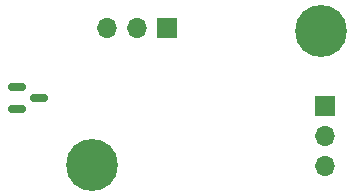
<source format=gbr>
%TF.GenerationSoftware,KiCad,Pcbnew,(6.0.8-1)-1*%
%TF.CreationDate,2022-12-20T12:21:06-06:00*%
%TF.ProjectId,HallEffectSensor,48616c6c-4566-4666-9563-7453656e736f,rev?*%
%TF.SameCoordinates,Original*%
%TF.FileFunction,Soldermask,Bot*%
%TF.FilePolarity,Negative*%
%FSLAX46Y46*%
G04 Gerber Fmt 4.6, Leading zero omitted, Abs format (unit mm)*
G04 Created by KiCad (PCBNEW (6.0.8-1)-1) date 2022-12-20 12:21:06*
%MOMM*%
%LPD*%
G01*
G04 APERTURE LIST*
G04 Aperture macros list*
%AMRoundRect*
0 Rectangle with rounded corners*
0 $1 Rounding radius*
0 $2 $3 $4 $5 $6 $7 $8 $9 X,Y pos of 4 corners*
0 Add a 4 corners polygon primitive as box body*
4,1,4,$2,$3,$4,$5,$6,$7,$8,$9,$2,$3,0*
0 Add four circle primitives for the rounded corners*
1,1,$1+$1,$2,$3*
1,1,$1+$1,$4,$5*
1,1,$1+$1,$6,$7*
1,1,$1+$1,$8,$9*
0 Add four rect primitives between the rounded corners*
20,1,$1+$1,$2,$3,$4,$5,0*
20,1,$1+$1,$4,$5,$6,$7,0*
20,1,$1+$1,$6,$7,$8,$9,0*
20,1,$1+$1,$8,$9,$2,$3,0*%
G04 Aperture macros list end*
%ADD10R,1.700000X1.700000*%
%ADD11O,1.700000X1.700000*%
%ADD12C,4.400000*%
%ADD13RoundRect,0.150000X-0.587500X-0.150000X0.587500X-0.150000X0.587500X0.150000X-0.587500X0.150000X0*%
G04 APERTURE END LIST*
D10*
%TO.C,J1*%
X158200000Y-95075000D03*
D11*
X158200000Y-97615000D03*
X158200000Y-100155000D03*
%TD*%
D12*
%TO.C,H1*%
X157900000Y-88700000D03*
%TD*%
D10*
%TO.C,J2*%
X144825000Y-88500000D03*
D11*
X142285000Y-88500000D03*
X139745000Y-88500000D03*
%TD*%
D12*
%TO.C,H2*%
X138500000Y-100100000D03*
%TD*%
D13*
%TO.C,U3*%
X132162500Y-95350000D03*
X132162500Y-93450000D03*
X134037500Y-94400000D03*
%TD*%
M02*

</source>
